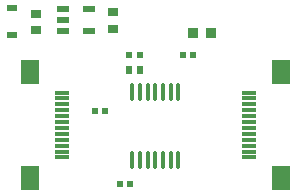
<source format=gbr>
%TF.GenerationSoftware,KiCad,Pcbnew,(6.0.7)*%
%TF.CreationDate,2025-07-27T15:57:52+08:00*%
%TF.ProjectId,Rotary_Encoder_AS5048A_V8,526f7461-7279-45f4-956e-636f6465725f,rev?*%
%TF.SameCoordinates,PXbebc200PY5f5e100*%
%TF.FileFunction,Paste,Top*%
%TF.FilePolarity,Positive*%
%FSLAX46Y46*%
G04 Gerber Fmt 4.6, Leading zero omitted, Abs format (unit mm)*
G04 Created by KiCad (PCBNEW (6.0.7)) date 2025-07-27 15:57:52*
%MOMM*%
%LPD*%
G01*
G04 APERTURE LIST*
G04 Aperture macros list*
%AMRoundRect*
0 Rectangle with rounded corners*
0 $1 Rounding radius*
0 $2 $3 $4 $5 $6 $7 $8 $9 X,Y pos of 4 corners*
0 Add a 4 corners polygon primitive as box body*
4,1,4,$2,$3,$4,$5,$6,$7,$8,$9,$2,$3,0*
0 Add four circle primitives for the rounded corners*
1,1,$1+$1,$2,$3*
1,1,$1+$1,$4,$5*
1,1,$1+$1,$6,$7*
1,1,$1+$1,$8,$9*
0 Add four rect primitives between the rounded corners*
20,1,$1+$1,$2,$3,$4,$5,0*
20,1,$1+$1,$4,$5,$6,$7,0*
20,1,$1+$1,$6,$7,$8,$9,0*
20,1,$1+$1,$8,$9,$2,$3,0*%
G04 Aperture macros list end*
%ADD10R,1.000000X0.600000*%
%ADD11R,0.570000X0.540000*%
%ADD12R,0.950000X0.950000*%
%ADD13R,0.830000X0.630000*%
%ADD14R,0.900000X0.800000*%
%ADD15R,1.300000X0.300000*%
%ADD16R,1.600000X2.000000*%
%ADD17R,0.600000X0.670000*%
%ADD18R,0.540000X0.600000*%
%ADD19RoundRect,0.100000X0.100000X-0.637500X0.100000X0.637500X-0.100000X0.637500X-0.100000X-0.637500X0*%
G04 APERTURE END LIST*
D10*
%TO.C,U2*%
X-7780000Y8990000D03*
X-7780000Y8040000D03*
X-7780000Y9940000D03*
X-5580000Y8040000D03*
X-5580000Y9940000D03*
%TD*%
D11*
%TO.C,R1*%
X3200000Y6050000D03*
X2340000Y6050000D03*
%TD*%
D12*
%TO.C,LED1*%
X3190000Y7850000D03*
X4690000Y7850000D03*
%TD*%
D13*
%TO.C,D1*%
X-12140000Y10030000D03*
X-12140000Y7730000D03*
%TD*%
D14*
%TO.C,C4*%
X-3570000Y9660000D03*
X-3570000Y8260000D03*
%TD*%
%TO.C,C3*%
X-10110000Y8130000D03*
X-10110000Y9530000D03*
%TD*%
D11*
%TO.C,R2*%
X-4270000Y1300000D03*
X-5130000Y1300000D03*
%TD*%
D15*
%TO.C,FPC1*%
X-7942500Y2850000D03*
X-7942500Y2350000D03*
X-7942500Y1850000D03*
X-7942500Y1350000D03*
X-7942500Y850000D03*
X-7942500Y350000D03*
X-7942500Y-150000D03*
X-7942500Y-650000D03*
X-7942500Y-1150000D03*
X-7942500Y-1650000D03*
X-7942500Y-2150000D03*
X-7942500Y-2650000D03*
D16*
X-10622500Y4550000D03*
X-10622500Y-4350000D03*
%TD*%
D17*
%TO.C,C1*%
X-1323000Y4720000D03*
X-2197000Y4720000D03*
%TD*%
D18*
%TO.C,C2*%
X-1328000Y6060000D03*
X-2192000Y6060000D03*
%TD*%
D15*
%TO.C,FPC2*%
X7942500Y-2650000D03*
X7942500Y-2150000D03*
X7942500Y-1650000D03*
X7942500Y-1150000D03*
X7942500Y-650000D03*
X7942500Y-150000D03*
X7942500Y350000D03*
X7942500Y850000D03*
X7942500Y1350000D03*
X7942500Y1850000D03*
X7942500Y2350000D03*
X7942500Y2850000D03*
D16*
X10622500Y-4350000D03*
X10622500Y4550000D03*
%TD*%
D11*
%TO.C,R3*%
X-3010000Y-4910000D03*
X-2150000Y-4910000D03*
%TD*%
D19*
%TO.C,U1*%
X-1950000Y-2862500D03*
X-1300000Y-2862500D03*
X-650000Y-2862500D03*
X0Y-2862500D03*
X650000Y-2862500D03*
X1300000Y-2862500D03*
X1950000Y-2862500D03*
X1950000Y2862500D03*
X1300000Y2862500D03*
X650000Y2862500D03*
X0Y2862500D03*
X-650000Y2862500D03*
X-1300000Y2862500D03*
X-1950000Y2862500D03*
%TD*%
M02*

</source>
